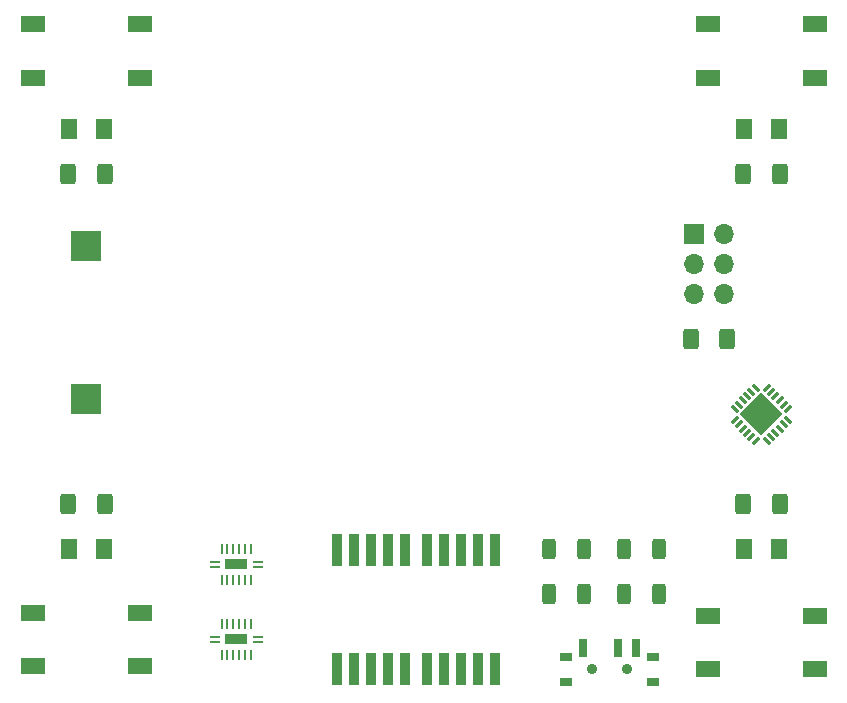
<source format=gbr>
%TF.GenerationSoftware,KiCad,Pcbnew,(6.0.0)*%
%TF.CreationDate,2022-05-08T17:08:30-04:00*%
%TF.ProjectId,QR_ATTINY3217,51525f41-5454-4494-9e59-333231372e6b,rev?*%
%TF.SameCoordinates,Original*%
%TF.FileFunction,Soldermask,Top*%
%TF.FilePolarity,Negative*%
%FSLAX46Y46*%
G04 Gerber Fmt 4.6, Leading zero omitted, Abs format (unit mm)*
G04 Created by KiCad (PCBNEW (6.0.0)) date 2022-05-08 17:08:30*
%MOMM*%
%LPD*%
G01*
G04 APERTURE LIST*
G04 Aperture macros list*
%AMRoundRect*
0 Rectangle with rounded corners*
0 $1 Rounding radius*
0 $2 $3 $4 $5 $6 $7 $8 $9 X,Y pos of 4 corners*
0 Add a 4 corners polygon primitive as box body*
4,1,4,$2,$3,$4,$5,$6,$7,$8,$9,$2,$3,0*
0 Add four circle primitives for the rounded corners*
1,1,$1+$1,$2,$3*
1,1,$1+$1,$4,$5*
1,1,$1+$1,$6,$7*
1,1,$1+$1,$8,$9*
0 Add four rect primitives between the rounded corners*
20,1,$1+$1,$2,$3,$4,$5,0*
20,1,$1+$1,$4,$5,$6,$7,0*
20,1,$1+$1,$6,$7,$8,$9,0*
20,1,$1+$1,$8,$9,$2,$3,0*%
%AMRotRect*
0 Rectangle, with rotation*
0 The origin of the aperture is its center*
0 $1 length*
0 $2 width*
0 $3 Rotation angle, in degrees counterclockwise*
0 Add horizontal line*
21,1,$1,$2,0,0,$3*%
G04 Aperture macros list end*
%ADD10R,1.700000X1.700000*%
%ADD11O,1.700000X1.700000*%
%ADD12R,2.500000X2.500000*%
%ADD13RoundRect,0.062500X-0.203293X-0.291682X0.291682X0.203293X0.203293X0.291682X-0.291682X-0.203293X0*%
%ADD14RoundRect,0.062500X0.203293X-0.291682X0.291682X-0.203293X-0.203293X0.291682X-0.291682X0.203293X0*%
%ADD15RotRect,2.600000X2.600000X45.000000*%
%ADD16R,2.100000X1.400000*%
%ADD17R,0.700000X1.500000*%
%ADD18C,0.900000*%
%ADD19R,1.000000X0.800000*%
%ADD20RoundRect,0.250000X-0.312500X-0.625000X0.312500X-0.625000X0.312500X0.625000X-0.312500X0.625000X0*%
%ADD21RoundRect,0.250000X-0.400000X-0.625000X0.400000X-0.625000X0.400000X0.625000X-0.400000X0.625000X0*%
%ADD22RoundRect,0.250000X0.400000X0.625000X-0.400000X0.625000X-0.400000X-0.625000X0.400000X-0.625000X0*%
%ADD23R,0.900000X2.800000*%
%ADD24RoundRect,0.250001X-0.462499X-0.624999X0.462499X-0.624999X0.462499X0.624999X-0.462499X0.624999X0*%
%ADD25R,1.900000X0.900000*%
%ADD26R,0.900000X0.240000*%
%ADD27R,0.240000X0.900000*%
G04 APERTURE END LIST*
D10*
%TO.C,J1*%
X169545000Y-88900000D03*
D11*
X172085000Y-88900000D03*
X169545000Y-91440000D03*
X172085000Y-91440000D03*
X169545000Y-93980000D03*
X172085000Y-93980000D03*
%TD*%
D12*
%TO.C,LS1*%
X118110000Y-102870000D03*
X118110000Y-89870000D03*
%TD*%
D13*
%TO.C,U1*%
X173006097Y-104626136D03*
X173359651Y-104979689D03*
X173713204Y-105333243D03*
X174066757Y-105686796D03*
X174420311Y-106040349D03*
X174773864Y-106393903D03*
D14*
X175746136Y-106393903D03*
X176099689Y-106040349D03*
X176453243Y-105686796D03*
X176806796Y-105333243D03*
X177160349Y-104979689D03*
X177513903Y-104626136D03*
D13*
X177513903Y-103653864D03*
X177160349Y-103300311D03*
X176806796Y-102946757D03*
X176453243Y-102593204D03*
X176099689Y-102239651D03*
X175746136Y-101886097D03*
D14*
X174773864Y-101886097D03*
X174420311Y-102239651D03*
X174066757Y-102593204D03*
X173713204Y-102946757D03*
X173359651Y-103300311D03*
X173006097Y-103653864D03*
D15*
X175260000Y-104140000D03*
%TD*%
D16*
%TO.C,SW4*%
X170710000Y-121230000D03*
X179810000Y-121230000D03*
X170710000Y-125730000D03*
X179810000Y-125730000D03*
%TD*%
%TO.C,SW3*%
X113560000Y-120940000D03*
X122660000Y-120940000D03*
X113560000Y-125440000D03*
X122660000Y-125440000D03*
%TD*%
%TO.C,SW2*%
X170710000Y-71120000D03*
X179810000Y-71120000D03*
X170710000Y-75620000D03*
X179810000Y-75620000D03*
%TD*%
%TO.C,SW1*%
X113560000Y-71120000D03*
X122660000Y-71120000D03*
X113560000Y-75620000D03*
X122660000Y-75620000D03*
%TD*%
D17*
%TO.C,S1*%
X160150000Y-123950000D03*
X163150000Y-123950000D03*
X164650000Y-123950000D03*
D18*
X160900000Y-125700000D03*
X163900000Y-125700000D03*
D19*
X158750000Y-124650000D03*
X158750000Y-126750000D03*
X166050000Y-126750000D03*
X166050000Y-124650000D03*
%TD*%
D20*
%TO.C,R7*%
X157287500Y-115570000D03*
X160212500Y-115570000D03*
%TD*%
D21*
%TO.C,R5*%
X116560000Y-83820000D03*
X119660000Y-83820000D03*
%TD*%
%TO.C,R4*%
X173710000Y-83820000D03*
X176810000Y-83820000D03*
%TD*%
%TO.C,R3*%
X116560000Y-111760000D03*
X119660000Y-111760000D03*
%TD*%
D22*
%TO.C,R2*%
X176810000Y-111760000D03*
X173710000Y-111760000D03*
%TD*%
%TO.C,R1*%
X172365000Y-97790000D03*
X169265000Y-97790000D03*
%TD*%
D23*
%TO.C,DS1*%
X139360000Y-125650000D03*
X140800000Y-125650000D03*
X142240000Y-125650000D03*
X143680000Y-125650000D03*
X145120000Y-125650000D03*
X145120000Y-115650000D03*
X143680000Y-115650000D03*
X142240000Y-115650000D03*
X140800000Y-115650000D03*
X139360000Y-115650000D03*
%TD*%
D24*
%TO.C,D4*%
X173772500Y-115570000D03*
X176747500Y-115570000D03*
%TD*%
%TO.C,D3*%
X116622500Y-115570000D03*
X119597500Y-115570000D03*
%TD*%
%TO.C,D2*%
X173772500Y-80010000D03*
X176747500Y-80010000D03*
%TD*%
%TO.C,D1*%
X116622500Y-80010000D03*
X119597500Y-80010000D03*
%TD*%
D20*
%TO.C,R10*%
X163637500Y-115570000D03*
X166562500Y-115570000D03*
%TD*%
%TO.C,R9*%
X157287500Y-119380000D03*
X160212500Y-119380000D03*
%TD*%
%TO.C,R8*%
X163637500Y-119380000D03*
X166562500Y-119380000D03*
%TD*%
D25*
%TO.C,IC2*%
X130810000Y-116840000D03*
D26*
X132610000Y-117090000D03*
D27*
X132060000Y-118140000D03*
X131560000Y-118140000D03*
X131060000Y-118140000D03*
X130560000Y-118140000D03*
X130060000Y-118140000D03*
X129560000Y-118140000D03*
D26*
X129010000Y-117090000D03*
X129010000Y-116590000D03*
D27*
X129560000Y-115540000D03*
X130060000Y-115540000D03*
X130560000Y-115540000D03*
X131060000Y-115540000D03*
X131560000Y-115540000D03*
X132060000Y-115540000D03*
D26*
X132610000Y-116590000D03*
%TD*%
%TO.C,IC1*%
X132610000Y-122940000D03*
D27*
X132060000Y-121890000D03*
X131560000Y-121890000D03*
X131060000Y-121890000D03*
X130560000Y-121890000D03*
X130060000Y-121890000D03*
X129560000Y-121890000D03*
D26*
X129010000Y-122940000D03*
X129010000Y-123440000D03*
D27*
X129560000Y-124490000D03*
X130060000Y-124490000D03*
X130560000Y-124490000D03*
X131060000Y-124490000D03*
X131560000Y-124490000D03*
X132060000Y-124490000D03*
D26*
X132610000Y-123440000D03*
D25*
X130810000Y-123190000D03*
%TD*%
D23*
%TO.C,DS2*%
X146980000Y-125650000D03*
X148420000Y-125650000D03*
X149860000Y-125650000D03*
X151300000Y-125650000D03*
X152740000Y-125650000D03*
X152740000Y-115650000D03*
X151300000Y-115650000D03*
X149860000Y-115650000D03*
X148420000Y-115650000D03*
X146980000Y-115650000D03*
%TD*%
M02*

</source>
